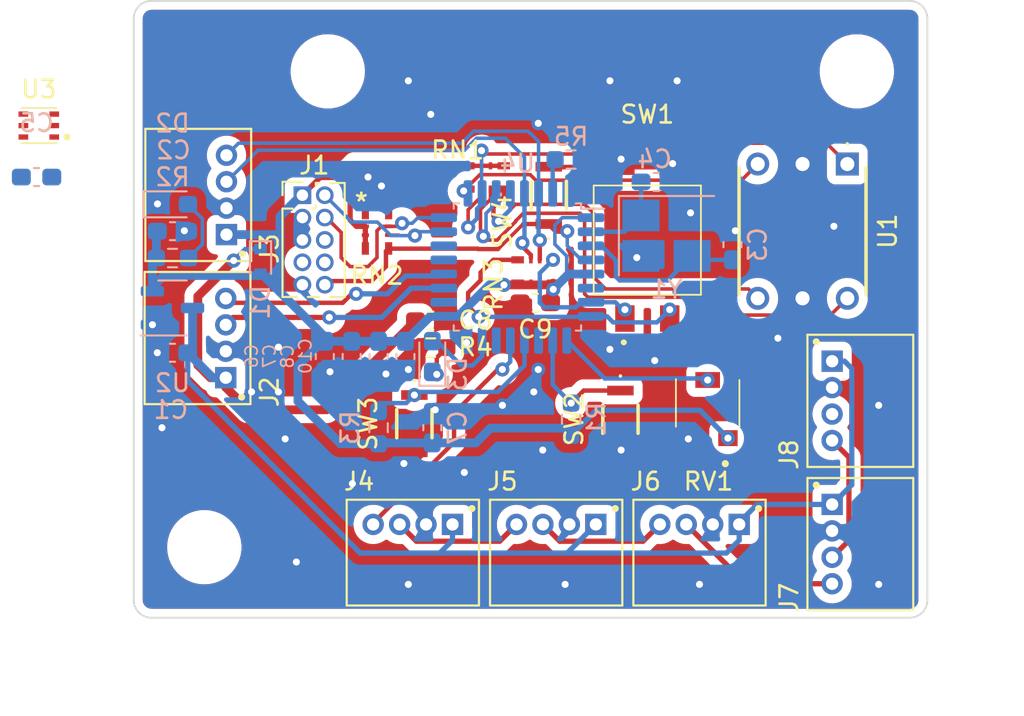
<source format=kicad_pcb>
(kicad_pcb (version 20211014) (generator pcbnew)
  (title_block (title "Active Marker for RoboCup SSL") (date "2024-05-15") (company "KIKS"))
  (layers (0 "F.Cu" signal) (31 "B.Cu" signal) (34 "B.Paste" user) (35 "F.Paste" user) (36 "B.SilkS" user "B.Silkscreen") (37 "F.SilkS" user "F.Silkscreen") (38 "B.Mask" user) (39 "F.Mask" user) (44 "Edge.Cuts" user))
  (net 0 "")
  (net 1 "+5V")
  (net 2 "GND")
  (net 3 "+3V3")
  (net 4 "/OSC_OUT")
  (net 5 "/OSC_IN")
  (net 6 "/SWDIO")
  (net 7 "/SWCLK")
  (net 8 "/SWO")
  (net 9 "/NC1")
  (net 10 "/NC2")
  (net 11 "/~{NRST}")
  (net 12 "/UART_RX")
  (net 13 "/UART_TX")
  (net 14 "/SPI_MOSI")
  (net 15 "Net-(D2-Pad2)")
  (net 16 "/D12")
  (net 17 "/D23")
  (net 18 "/D34")
  (net 19 "/D45")
  (net 20 "/USER_BUTTON2")
  (net 21 "/USER_LED")
  (net 22 "Net-(D3-Pad1)")
  (net 23 "/ID4")
  (net 24 "/ID1")
  (net 25 "/ID8")
  (net 26 "/ID2")
  (net 27 "/USER_BUTTON1")
  (net 28 "/USER_SELECT2")
  (net 29 "/USER_SELECT1")
  (net 30 "/I2C_SDA")
  (net 31 "/I2C_SCL")
  (net 32 "/USER_VR")
  (net 34 "/CAN_TX")
  (net 35 "/CAN_RX")
  (net 36 "/SPI_SCK")
  (net 37 "Net-(R5-Pad1)")
  (net 40 "/D56")
  (footprint "active-marker:EVP6AWD40" (layer "F.Cu") (at 127.596 108.736 -90)
    (fp_text reference "SW2")
    (fp_text value "SW_Push" hide)
  )
  (footprint "Capacitor_SMD:C_0603_1608Metric_Pad1.08x0.95mm_HandSolder" (layer "F.Cu") (at 116.84 103.148)
    (fp_text reference "C8")
    (fp_text value "0.1u")
  )
  (footprint "active-marker:BO_CAY10_PAN-L" (layer "F.Cu") (at 122.77 100.354 90)
    (fp_text reference "RN3")
    (fp_text value "10k")
  )
  (footprint "active-marker:JST_S4B-ZR_LF__SN_" (layer "F.Cu") (at 105.257 96.012 90)
    (fp_text reference "J3")
    (fp_text value "Conn_01x04")
  )
  (footprint "Connector_PinHeader_1.27mm:PinHeader_2x05_P1.27mm_Vertical" (layer "F.Cu") (at 109.562 96.026)
    (fp_text reference "J1")
    (fp_text value "Conn_01x10")
  )
  (footprint "active-marker:JST_S4B-ZR_LF__SN_" (layer "F.Cu") (at 105.217 104.132 90)
    (fp_text reference "J2")
    (fp_text value "Conn_01x04")
  )
  (footprint "active-marker:JST_S4B-ZR_LF__SN_" (layer "F.Cu") (at 139.599 107.696 -90)
    (fp_text reference "J8")
    (fp_text value "Conn_01x04")
  )
  (footprint "active-marker:VEML6030" (layer "F.Cu") (at 94.615 92.075 180)
    (fp_text reference "U3")
    (fp_text value "VEML6030" hide)
  )
  (footprint "active-marker:JST_S4B-ZR_LF__SN_" (layer "F.Cu") (at 132.08 114.707 180)
    (fp_text reference "J6")
    (fp_text value "Conn_01x04")
  )
  (footprint "active-marker:JST_S4B-ZR_LF__SN_" (layer "F.Cu") (at 139.599 115.824 -90)
    (fp_text reference "J7")
    (fp_text value "Conn_01x04")
  )
  (footprint "MountingHole:MountingHole_3.2mm_M3_ISO7380" (layer "F.Cu") (at 104 116)
    (fp_text reference "H1" hide)
    (fp_text value "MountingHole")
  )
  (footprint "MountingHole:MountingHole_3.2mm_M3_ISO7380" (layer "F.Cu") (at 111 89)
    (fp_text reference "H3" hide)
    (fp_text value "MountingHole")
  )
  (footprint "active-marker:BO_CAY10_PAN-L" (layer "F.Cu") (at 119.976 95.02 -90)
    (fp_text reference "RN1")
    (fp_text value "10k")
  )
  (footprint "active-marker:EVP6AWD40" (layer "F.Cu") (at 123.532 96.036 90)
    (fp_text reference "SW4")
    (fp_text value "SW_Push" hide)
  )
  (footprint "active-marker:EVP6AWD40" (layer "F.Cu") (at 115.912 108.99 -90)
    (fp_text reference "SW3")
    (fp_text value "SW_Push" hide)
  )
  (footprint "Capacitor_SMD:C_0603_1608Metric_Pad1.08x0.95mm_HandSolder" (layer "F.Cu") (at 122.77 102.132 180)
    (fp_text reference "C9")
    (fp_text value "100n")
  )
  (footprint "active-marker:BO_CAY10_PAN-L" (layer "F.Cu") (at 113.792 98.044)
    (fp_text reference "RN2")
    (fp_text value "10k")
  )
  (footprint "MountingHole:MountingHole_3.2mm_M3_ISO7380" (layer "F.Cu") (at 141 89)
    (fp_text reference "H2" hide)
    (fp_text value "MountingHole")
  )
  (footprint "active-marker:JST_S4B-ZR_LF__SN_" (layer "F.Cu") (at 115.824 114.707 180)
    (fp_text reference "J4")
    (fp_text value "Conn_01x04")
  )
  (footprint "active-marker:JST_S4B-ZR_LF__SN_" (layer "F.Cu") (at 123.952 114.707 180)
    (fp_text reference "J5")
    (fp_text value "Conn_01x04")
  )
  (footprint "active-marker:DS04254202BKSMT" (layer "F.Cu") (at 129.12 98.576)
    (fp_text reference "SW1")
    (fp_text value "SW_DIP_x02" hide)
  )
  (footprint "Resistor_SMD:R_0603_1608Metric_Pad0.98x0.95mm_HandSolder" (layer "F.Cu") (at 116.84 104.672 180)
    (fp_text reference "R4")
    (fp_text value "1k")
  )
  (footprint "active-marker:220ADA16" (layer "F.Cu") (at 140.462 94.258 -90)
    (fp_text reference "U1")
    (fp_text value "220ADA16" hide)
  )
  (footprint "active-marker:PVG3A202C01R00" (layer "F.Cu") (at 132.542 108.162)
    (fp_text reference "RV1")
    (fp_text value "10k" hide)
  )
  (footprint "Resistor_SMD:R_0603_1608Metric_Pad0.98x0.95mm_HandSolder" (layer "B.Cu") (at 124.802 94)
    (fp_text reference "R5")
    (fp_text value "10k")
  )
  (footprint "Package_QFP:LQFP-32_7x7mm_P0.8mm" (layer "B.Cu") (at 121.754 100.1 180)
    (fp_text reference "U4")
    (fp_text value "STM32F303K8Tx")
  )
  (footprint "Capacitor_SMD:C_0603_1608Metric_Pad1.08x0.95mm_HandSolder" (layer "B.Cu") (at 94.488 94.996 180)
    (fp_text reference "C5")
    (fp_text value "0.1u")
  )
  (footprint "LED_SMD:LED_0603_1608Metric_Pad1.05x0.95mm_HandSolder" (layer "B.Cu") (at 116.928 105.18 90)
    (fp_text reference "D3")
    (fp_text value "LED_Small")
  )
  (footprint "Capacitor_SMD:C_0603_1608Metric_Pad1.08x0.95mm_HandSolder" (layer "B.Cu") (at 116.928 109.22 90)
    (fp_text reference "C7")
    (fp_text value "0.1u")
  )
  (footprint "Package_TO_SOT_SMD:SOT-23-3" (layer "B.Cu") (at 102.196 102.426)
    (fp_text reference "U2")
    (fp_text value "XC6206PxxxMR")
  )
  (footprint "Resistor_SMD:R_0603_1608Metric_Pad0.98x0.95mm_HandSolder" (layer "B.Cu") (at 124.802 108.736 90)
    (fp_text reference "R1")
    (fp_text value "10k")
  )
  (footprint "Capacitor_SMD:C_0603_1608Metric_Pad1.08x0.95mm_HandSolder" (layer "B.Cu") (at 102.196 98.068)
    (fp_text reference "C2")
    (fp_text value "10u")
  )
  (footprint "Capacitor_SMD:C_0603_1608Metric_Pad1.08x0.95mm_HandSolder" (layer "B.Cu") (at 112.356 105.18 -90)
    (fp_text reference "C7")
    (fp_text value "1u")
  )
  (footprint "Capacitor_SMD:C_0603_1608Metric_Pad1.08x0.95mm_HandSolder" (layer "B.Cu") (at 115.404 105.18 -90)
    (fp_text reference "C10")
    (fp_text value "10n")
  )
  (footprint "Capacitor_SMD:C_0603_1608Metric_Pad1.08x0.95mm_HandSolder" (layer "B.Cu") (at 129.628 95.274)
    (fp_text reference "C4")
    (fp_text value "15p")
  )
  (footprint "Diode_SMD:D_SOD-523" (layer "B.Cu") (at 107.188 99.786 -90)
    (fp_text reference "D1")
    (fp_text value "D_Schottky")
  )
  (footprint "Resistor_SMD:R_0603_1608Metric_Pad0.98x0.95mm_HandSolder" (layer "B.Cu") (at 113.88 109.22 90)
    (fp_text reference "R3")
    (fp_text value "10k")
  )
  (footprint "Capacitor_SMD:C_0603_1608Metric_Pad1.08x0.95mm_HandSolder" (layer "B.Cu") (at 110.832 105.18 -90)
    (fp_text reference "C6")
    (fp_text value "4.7u")
  )
  (footprint "Capacitor_SMD:C_0603_1608Metric_Pad1.08x0.95mm_HandSolder" (layer "B.Cu") (at 102.196 104.966 180)
    (fp_text reference "C1")
    (fp_text value "1u")
  )
  (footprint "Capacitor_SMD:C_0603_1608Metric_Pad1.08x0.95mm_HandSolder" (layer "B.Cu") (at 113.88 105.18 -90)
    (fp_text reference "C8")
    (fp_text value "100n")
  )
  (footprint "Resistor_SMD:R_0603_1608Metric_Pad0.98x0.95mm_HandSolder" (layer "B.Cu") (at 102.196 99.592)
    (fp_text reference "R2")
    (fp_text value "1k")
  )
  (footprint "Capacitor_SMD:C_0603_1608Metric_Pad1.08x0.95mm_HandSolder" (layer "B.Cu") (at 133.946 98.83 90)
    (fp_text reference "C3")
    (fp_text value "15p")
  )
  (footprint "Crystal:Crystal_SMD_3225-4Pin_3.2x2.5mm_HandSoldering" (layer "B.Cu") (at 130.21 98.322)
    (fp_text reference "Y1")
    (fp_text value "NX3225GA-32M")
  )
  (footprint "LED_SMD:LED_0603_1608Metric_Pad1.05x0.95mm_HandSolder" (layer "B.Cu") (at 102.196 96.544)
    (fp_text reference "D2")
    (fp_text value "Power")
  )
  (gr_line (start 144 85) (end 101 85) (layer "Edge.Cuts") (width 0.1))
  (gr_arc (start 145 119) (mid 144.707107 119.707107) (end 144 120) (layer "Edge.Cuts") (width 0.1))
  (gr_arc (start 101 120) (mid 100.292893 119.707107) (end 100 119) (layer "Edge.Cuts") (width 0.1))
  (gr_line (start 145 119) (end 145 86) (layer "Edge.Cuts") (width 0.1))
  (gr_line (start 101 120) (end 144 120) (layer "Edge.Cuts") (width 0.1))
  (gr_arc (start 144 85) (mid 144.707107 85.292893) (end 145 86) (layer "Edge.Cuts") (width 0.1))
  (gr_line (start 100 86) (end 100 119) (layer "Edge.Cuts") (width 0.1))
  (gr_arc (start 100 86) (mid 100.292893 85.292893) (end 101 85) (layer "Edge.Cuts") (width 0.1))
  (segment (start 105.217 106.927082) (end 105.217 106.382) (width 0.5) (layer "F.Cu") (net 1))
  (segment (start 103.632 101.7665) (end 103.632 105.664) (width 0.5) (layer "F.Cu") (net 1))
  (segment (start 106.493918 108.204) (end 105.217 106.927082) (width 0.5) (layer "F.Cu") (net 1))
  (segment (start 115.9775 103.148) (end 110.9215 108.204) (width 0.5) (layer "F.Cu") (net 1))
  (segment (start 103.632 105.664) (end 104.35 106.382) (width 0.5) (layer "F.Cu") (net 1))
  (segment (start 104.35 106.382) (end 105.217 106.382) (width 0.5) (layer "F.Cu") (net 1))
  (segment (start 110.9215 108.204) (end 106.493918 108.204) (width 0.5) (layer "F.Cu") (net 1))
  (segment (start 105.664 99.7345) (end 103.632 101.7665) (width 0.5) (layer "F.Cu") (net 1))
  (via (at 105.664 99.7345) (size 0.8) (drill 0.4) (layers "F.Cu" "B.Cu") (net 1))
  (segment (start 140.3025 105.446) (end 139.599 105.446) (width 0.3) (layer "B.Cu") (net 1))
  (segment (start 140.716 105.8595) (end 140.3025 105.446) (width 0.3) (layer "B.Cu") (net 1))
  (segment (start 134.33 115.606) (end 134.33 114.707) (width 0.3) (layer "B.Cu") (net 1))
  (segment (start 124.577 116.332) (end 126.202 114.707) (width 0.3) (layer "B.Cu") (net 1))
  (segment (start 117.348 116.332) (end 118.074 115.606) (width 0.3) (layer "B.Cu") (net 1))
  (segment (start 133.604 116.332) (end 134.33 115.606) (width 0.3) (layer "B.Cu") (net 1))
  (segment (start 134.33 114.59) (end 135.346 113.574) (width 0.3) (layer "B.Cu") (net 1))
  (segment (start 118.074 115.606) (end 118.074 114.707) (width 0.3) (layer "B.Cu") (net 1))
  (segment (start 106.3125 99.086) (end 107.188 99.086) (width 0.25) (layer "B.Cu") (net 1))
  (segment (start 105.664 99.7345) (end 106.3125 99.086) (width 0.25) (layer "B.Cu") (net 1))
  (segment (start 104.4745 106.382) (end 103.0585 104.966) (width 0.5) (layer "B.Cu") (net 1))
  (segment (start 135.346 113.574) (end 139.599 113.574) (width 0.3) (layer "B.Cu") (net 1))
  (segment (start 103.3335 102.426) (end 103.3335 104.691) (width 0.5) (layer "B.Cu") (net 1))
  (segment (start 112.84 116.332) (end 117.348 116.332) (width 0.3) (layer "B.Cu") (net 1))
  (segment (start 103.0585 106.5505) (end 112.84 116.332) (width 0.3) (layer "B.Cu") (net 1))
  (segment (start 103.0585 104.966) (end 103.0585 106.5505) (width 0.3) (layer "B.Cu") (net 1))
  (segment (start 134.33 114.707) (end 134.33 114.59) (width 0.3) (layer "B.Cu") (net 1))
  (segment (start 139.599 113.574) (end 140.716 112.457) (width 0.3) (layer "B.Cu") (net 1))
  (segment (start 140.716 112.457) (end 140.716 105.8595) (width 0.3) (layer "B.Cu") (net 1))
  (segment (start 124.577 116.332) (end 133.604 116.332) (width 0.3) (layer "B.Cu") (net 1))
  (segment (start 117.348 116.332) (end 124.577 116.332) (width 0.3) (layer "B.Cu") (net 1))
  (segment (start 103.3335 104.691) (end 103.0585 104.966) (width 0.5) (layer "B.Cu") (net 1))
  (segment (start 105.217 106.382) (end 104.4745 106.382) (width 0.5) (layer "B.Cu") (net 1))
  (segment (start 115.8085 104.672) (end 115.8085 104.8225) (width 0.25) (layer "F.Cu") (net 2))
  (via (at 123.19 110.49) (size 0.8) (drill 0.4) (layers "F.Cu" "B.Cu") (net 2))
  (via (at 116.84 91.44) (size 0.8) (drill 0.4) (layers "F.Cu" "B.Cu") (net 2))
  (via (at 131.572 97.028) (size 0.8) (drill 0.4) (layers "F.Cu" "B.Cu") (net 2))
  (via (at 131.445 109.855) (size 0.8) (drill 0.4) (layers "F.Cu" "B.Cu") (net 2))
  (via (at 117.094 108.204) (size 0.8) (drill 0.4) (layers "F.Cu" "B.Cu") (net 2))
  (via (at 122.936 105.918) (size 0.8) (drill 0.4) (layers "F.Cu" "B.Cu") (net 2))
  (via (at 114.3 106.172) (size 0.8) (drill 0.4) (layers "F.Cu" "B.Cu") (net 2))
  (via (at 101.6 109.22) (size 0.8) (drill 0.4) (layers "F.Cu" "B.Cu") (net 2))
  (via (at 130.81 89.535) (size 0.8) (drill 0.4) (layers "F.Cu" "B.Cu") (net 2))
  (via (at 142.24 118.11) (size 0.8) (drill 0.4) (layers "F.Cu" "B.Cu") (net 2))
  (via (at 101.3335 104.966) (size 0.8) (drill 0.4) (layers "F.Cu" "B.Cu") (net 2))
  (via (at 142.24 107.95) (size 0.8) (drill 0.4) (layers "F.Cu" "B.Cu") (net 2))
  (via (at 101.346 96.52) (size 0.8) (drill 0.4) (layers "F.Cu" "B.Cu") (net 2))
  (via (at 136.525 104.14) (size 0.8) (drill 0.4) (layers "F.Cu" "B.Cu") (net 2))
  (via (at 115.57 89.535) (size 0.8) (drill 0.4) (layers "F.Cu" "B.Cu") (net 2))
  (via (at 120.904 107.95) (size 0.8) (drill 0.4) (layers "F.Cu" "B.Cu") (net 2))
  (via (at 108.204 104.648) (size 0.8) (drill 0.4) (layers "F.Cu" "B.Cu") (net 2))
  (via (at 118.872 104.394) (size 0.8) (drill 0.4) (layers "F.Cu" "B.Cu") (net 2))
  (via (at 115.57 118.11) (size 0.8) (drill 0.4) (layers "F.Cu" "B.Cu") (net 2))
  (via (at 111.125 106.045) (size 0.8) (drill 0.4) (layers "F.Cu" "B.Cu") (net 2))
  (via (at 113.284 94.996) (size 0.8) (drill 0.4) (layers "F.Cu" "B.Cu") (net 2))
  (via (at 134.112 98.044) (size 0.8) (drill 0.4) (layers "F.Cu" "B.Cu") (net 2))
  (via (at 115.57 105.918) (size 0.8) (drill 0.4) (layers "F.Cu" "B.Cu") (net 2))
  (via (at 127 104.775) (size 0.8) (drill 0.4) (layers "F.Cu" "B.Cu") (net 2))
  (via (at 127.635 93.98) (size 0.8) (drill 0.4) (layers "F.Cu" "B.Cu") (net 2))
  (via (at 109.22 116.84) (size 0.8) (drill 0.4) (layers "F.Cu" "B.Cu") (net 2))
  (via (at 129.54 105.41) (size 0.8) (drill 0.4) (layers "F.Cu" "B.Cu") (net 2))
  (via (at 115.316 111.252) (size 0.8) (drill 0.4) (layers "F.Cu" "B.Cu") (net 2))
  (via (at 122.682 107.188) (size 0.8) (drill 0.4) (layers "F.Cu" "B.Cu") (net 2))
  (via (at 101.0585 103.376) (size 0.8) (drill 0.4) (layers "F.Cu" "B.Cu") (net 2))
  (via (at 106.68 107.188) (size 0.8) (drill 0.4) (layers "F.Cu" "B.Cu") (net 2))
  (via (at 127 89.535) (size 0.8) (drill 0.4) (layers "F.Cu" "B.Cu") (net 2))
  (via (at 114.046 95.504) (size 0.8) (drill 0.4) (layers "F.Cu" "B.Cu") (net 2))
  (via (at 132.08 118.11) (size 0.8) (drill 0.4) (layers "F.Cu" "B.Cu") (net 2))
  (via (at 122.936 91.948) (size 0.8) (drill 0.4) (layers "F.Cu" "B.Cu") (net 2))
  (via (at 118.745 111.76) (size 0.8) (drill 0.4) (layers "F.Cu" "B.Cu") (net 2))
  (via (at 102.87 98.044) (size 0.8) (drill 0.4) (layers "F.Cu" "B.Cu") (net 2))
  (via (at 108.585 109.855) (size 0.8) (drill 0.4) (layers "F.Cu" "B.Cu") (net 2))
  (via (at 127.635 110.49) (size 0.8) (drill 0.4) (layers "F.Cu" "B.Cu") (net 2))
  (via (at 124.46 118.11) (size 0.8) (drill 0.4) (layers "F.Cu" "B.Cu") (net 2))
  (via (at 112.395 112.395) (size 0.8) (drill 0.4) (layers "F.Cu" "B.Cu") (net 2))
  (via (at 108.204 107.188) (size 0.8) (drill 0.4) (layers "F.Cu" "B.Cu") (net 2))
  (via (at 130.556 94.234) (size 0.8) (drill 0.4) (layers "F.Cu" "B.Cu") (net 2))
  (via (at 128.524 99.568) (size 0.8) (drill 0.4) (layers "F.Cu" "B.Cu") (net 2))
  (via (at 139.7 97.79) (size 0.8) (drill 0.4) (layers "F.Cu" "B.Cu") (net 2))
  (segment (start 101.0585 103.376) (end 101.0585 104.691) (width 1) (layer "B.Cu") (net 2))
  (segment (start 101.0585 104.691) (end 101.3335 104.966) (width 1) (layer "B.Cu") (net 2))
  (segment (start 109.562 96.026) (end 110.568 95.02) (width 0.3) (layer "F.Cu") (net 3))
  (segment (start 112.268 97.4359) (end 112.626037 97.793937) (width 0.3) (layer "F.Cu") (net 3))
  (segment (start 123.786 101.37) (end 123.786 101.0271) (width 0.5) (layer "F.Cu") (net 3))
  (segment (start 123.6325 101.5235) (end 123.786 101.37) (width 0.5) (layer "F.Cu") (net 3))
  (segment (start 112.51 94.246) (end 118.8591 94.246) (width 0.3) (layer "F.Cu") (net 3))
  (segment (start 113.026063 97.793937) (end 113.1316 97.793937) (width 0.3) (layer "F.Cu") (net 3))
  (segment (start 110.568 95.02) (end 111.892661 95.02) (width 0.3) (layer "F.Cu") (net 3))
  (segment (start 111.76 94.996) (end 112.51 94.246) (width 0.3) (layer "F.Cu") (net 3))
  (segment (start 123.6325 102.132) (end 123.6325 101.5235) (width 0.5) (layer "F.Cu") (net 3))
  (segment (start 113.1316 97.899474) (end 113.026063 97.793937) (width 0.3) (layer "F.Cu") (net 3))
  (segment (start 112.626037 97.793937) (end 113.026063 97.793937) (width 0.3) (layer "F.Cu") (net 3))
  (segment (start 123.786 101.0271) (end 123.7733 101.0144) (width 0.5) (layer "F.Cu") (net 3))
  (segment (start 118.8591 94.246) (end 118.9727 94.3596) (width 0.3) (layer "F.Cu") (net 3))
  (segment (start 112.268 95.395339) (end 112.268 97.4359) (width 0.3) (layer "F.Cu") (net 3))
  (segment (start 120.992 101.116) (end 121.6651 101.116) (width 0.3) (layer "F.Cu") (net 3))
  (segment (start 120.992 101.116) (end 123.532 101.116) (width 0.5) (layer "F.Cu") (net 3))
  (segment (start 118.9727 94.3596) (end 120.6364 94.3596) (width 0.25) (layer "F.Cu") (net 3))
  (segment (start 121.6651 101.116) (end 121.7667 101.0144) (width 0.3) (layer "F.Cu") (net 3))
  (segment (start 113.1316 99.0473) (end 113.1316 97.899474) (width 0.3) (layer "F.Cu") (net 3))
  (segment (start 123.532 101.116) (end 123.786 101.37) (width 0.5) (layer "F.Cu") (net 3))
  (segment (start 111.892661 95.02) (end 112.268 95.395339) (width 0.3) (layer "F.Cu") (net 3))
  (via (at 123.786 101.37) (size 0.8) (drill 0.4) (layers "F.Cu" "B.Cu") (net 3))
  (via (at 120.992 101.116) (size 0.8) (drill 0.4) (layers "F.Cu" "B.Cu") (net 3))
  (via (at 133.692 109.812) (size 0.8) (drill 0.4) (layers "F.Cu" "B.Cu") (net 3))
  (segment (start 116.81 102.9) (end 115.3925 104.3175) (width 0.5) (layer "B.Cu") (net 3))
  (segment (start 110.302375 104.714375) (end 110.69925 104.3175) (width 0.5) (layer "B.Cu") (net 3))
  (segment (start 110.302375 104.714375) (end 110.302375 103.565625) (width 0.5) (layer "B.Cu") (net 3))
  (segment (start 107.784 100.608) (end 108.292 100.608) (width 0.5) (layer "B.Cu") (net 3))
  (segment (start 123.8795 97.7205) (end 123.8795 98.80985) (width 0.2) (layer "B.Cu") (net 3))
  (segment (start 124.548 99.47835) (end 124.548 100.392) (width 0.2) (layer "B.Cu") (net 3))
  (segment (start 120.227473 109.244) (end 124.3975 109.244) (width 0.5) (layer "B.Cu") (net 3))
  (segment (start 109.308 107.72) (end 109.308 105.70875) (width 0.5) (layer "B.Cu") (net 3))
  (segment (start 108.292 97.222497) (end 108.292 100.1) (width 0.5) (layer "B.Cu") (net 3))
  (segment (start 113.88 110.1325) (end 111.7205 110.1325) (width 0.5) (layer "B.Cu") (net 3))
  (segment (start 126.2225 108.228) (end 124.802 109.6485) (width 0.3) (layer "B.Cu") (net 3))
  (segment (start 132.108 108.228) (end 126.2225 108.228) (width 0.3) (layer "B.Cu") (net 3))
  (segment (start 123.8795 98.80985) (end 124.548 99.47835) (width 0.2) (layer "B.Cu") (net 3))
  (segment (start 109.562 96.026) (end 109.488497 96.026) (width 0.5) (layer "B.Cu") (net 3))
  (segment (start 101.0585 101.476) (end 101.0585 101.2375) (width 0.5) (layer "B.Cu") (net 3))
  (segment (start 124.3975 109.244) (end 124.802 109.6485) (width 0.5) (layer "B.Cu") (net 3))
  (segment (start 110.9325 104.164) (end 111.086 104.3175) (width 0.5) (layer "B.Cu") (net 3))
  (segment (start 101.712 100.584) (end 107.3525 100.584) (width 0.5) (layer "B.Cu") (net 3))
  (segment (start 120.168934 101.116) (end 120.992 101.116) (width 0.5) (layer "B.Cu") (net 3))
  (segment (start 107.5965 100.828) (end 108.292 101.5235) (width 0.5) (layer "B.Cu") (net 3))
  (segment (start 120.170926 109.300547) (end 120.227473 109.244) (width 0.5) (layer "B.Cu") (net 3))
  (segment (start 101.0585 99.817) (end 101.2835 99.592) (width 0.5) (layer "B.Cu") (net 3))
  (segment (start 113.93 110.0825) (end 113.88 110.1325) (width 0.5) (layer "B.Cu") (net 3))
  (segment (start 110.12025 103.35175) (end 110.31825 103.54975) (width 0.5) (layer "B.Cu") (net 3))
  (segment (start 118.233839 102.9) (end 118.384934 102.9) (width 0.5) (layer "B.Cu") (net 3))
  (segment (start 117.579 102.9) (end 116.81 102.9) (width 0.5) (layer "B.Cu") (net 3))
  (segment (start 108.204 98.552) (end 108.204 99.06) (width 0.5) (layer "B.Cu") (net 3))
  (segment (start 101.0585 101.2375) (end 101.712 100.584) (width 0.5) (layer "B.Cu") (net 3))
  (segment (start 124.656 100.5) (end 123.786 101.37) (width 0.5) (layer "B.Cu") (net 3))
  (segment (start 107.914 98.262) (end 108.204 98.552) (width 0.5) (layer "B.Cu") (net 3))
  (segment (start 101.2835 99.592) (end 101.2835 98.118) (width 0.5) (layer "B.Cu") (net 3))
  (segment (start 110.37425 103.60575) (end 111.086 104.3175) (width 0.5) (layer "B.Cu") (net 3))
  (segment (start 125.929 100.5) (end 124.656 100.5) (width 0.5) (layer "B.Cu") (net 3))
  (segment (start 101.0585 101.476) (end 101.0585 99.817) (width 0.5) (layer "B.Cu") (net 3))
  (segment (start 105.257 98.262) (end 107.914 98.262) (width 0.5) (layer "B.Cu") (net 3))
  (segment (start 110.302375 103.565625) (end 110.31825 103.54975) (width 0.5) (layer "B.Cu") (net 3))
  (segment (start 118.384934 102.9) (end 120.168934 101.116) (width 0.5) (layer "B.Cu") (net 3))
  (segment (start 111.7205 110.1325) (end 109.308 107.72) (width 0.5) (layer "B.Cu") (net 3))
  (segment (start 125.929 97.3) (end 124.3 97.3) (width 0.2) (layer "B.Cu") (net 3))
  (segment (start 133.692 109.812) (end 132.108 108.228) (width 0.3) (layer "B.Cu") (net 3))
  (segment (start 110.31825 103.54975) (end 110.37425 103.60575) (width 0.5) (layer "B.Cu") (net 3))
  (segment (start 117.579 102.9) (end 118.233839 102.9) (width 0.3) (layer "B.Cu") (net 3))
  (segment (start 101.2835 98.118) (end 101.3335 98.068) (width 0.5) (layer "B.Cu") (net 3))
  (segment (start 108.292 101.5235) (end 110.12025 103.35175) (width 0.5) (layer "B.Cu") (net 3))
  (segment (start 107.784 100.608) (end 108.292 101.116) (width 0.5) (layer "B.Cu") (net 3))
  (segment (start 107.5965 100.7955) (end 108.292 100.1) (width 0.5) (layer "B.Cu") (net 3))
  (segment (start 109.488497 96.026) (end 108.292 97.222497) (width 0.5) (layer "B.Cu") (net 3))
  (segment (start 124.3 97.3) (end 123.8795 97.7205) (width 0.2) (layer "B.Cu") (net 3))
  (segment (start 108.292 101.116) (end 108.292 101.5235) (width 0.5) (layer "B.Cu") (net 3))
  (segment (start 107.5965 100.7955) (end 107.784 100.608) (width 0.5) (layer "B.Cu") (net 3))
  (segment (start 119.388973 110.0825) (end 120.170926 109.300547) (width 0.5) (layer "B.Cu") (net 3))
  (segment (start 110.69925 104.3175) (end 110.832 104.3175) (width 0.5) (layer "B.Cu") (net 3))
  (segment (start 124.548 100.392) (end 124.656 100.5) (width 0.2) (layer "B.Cu") (net 3))
  (segment (start 116.928 110.0825) (end 119.388973 110.0825) (width 0.5) (layer "B.Cu") (net 3))
  (segment (start 108.292 100.608) (end 108.292 101.116) (width 0.5) (layer "B.Cu") (net 3))
  (segment (start 107.3525 100.584) (end 107.5965 100.828) (width 0.5) (layer "B.Cu") (net 3))
  (segment (start 109.308 105.70875) (end 110.302375 104.714375) (width 0.5) (layer "B.Cu") (net 3))
  (segment (start 115.3925 104.3175) (end 111.086 104.3175) (width 0.5) (layer "B.Cu") (net 3))
  (segment (start 116.928 110.0825) (end 113.93 110.0825) (width 0.5) (layer "B.Cu") (net 3))
  (segment (start 108.292 100.1) (end 108.292 100.608) (width 0.5) (layer "B.Cu") (net 3))
  (segment (start 127.55 100.862) (end 130.27 100.862) (width 0.25) (layer "B.Cu") (net 4))
  (segment (start 126.515396 98.9) (end 127.342 99.726604) (width 0.25) (layer "B.Cu") (net 4))
  (segment (start 127.342 99.726604) (end 127.342 100.654) (width 0.25) (layer "B.Cu") (net 4))
  (segment (start 127.342 100.654) (end 127.55 100.862) (width 0.25) (layer "B.Cu") (net 4))
  (segment (start 130.27 100.862) (end 131.66 99.472) (width 0.25) (layer "B.Cu") (net 4))
  (segment (start 125.929 98.9) (end 126.515396 98.9) (width 0.25) (layer "B.Cu") (net 4))
  (segment (start 133.946 99.6925) (end 131.8805 99.6925) (width 0.25) (layer "B.Cu") (net 4))
  (segment (start 131.8805 99.6925) (end 131.66 99.472) (width 0.25) (layer "B.Cu") (net 4))
  (segment (start 127.832 98.1) (end 125.929 98.1) (width 0.25) (layer "B.Cu") (net 5))
  (segment (start 128.7655 97.1665) (end 128.76 97.172) (width 0.25) (layer "B.Cu") (net 5))
  (segment (start 128.76 97.172) (end 127.832 98.1) (width 0.25) (layer "B.Cu") (net 5))
  (segment (start 128.7655 95.274) (end 128.7655 97.1665) (width 0.25) (layer "B.Cu") (net 5))
  (segment (start 114.4524 98.294063) (end 115.016937 98.294063) (width 0.2) (layer "F.Cu") (net 6))
  (segment (start 115.040937 98.318063) (end 115.941987 98.318063) (width 0.2) (layer "F.Cu") (net 6))
  (segment (start 115.016937 98.294063) (end 115.040937 98.318063) (width 0.2) (layer "F.Cu") (net 6))
  (via (at 115.941987 98.318063) (size 0.8) (drill 0.4) (layers "F.Cu" "B.Cu") (net 6))
  (segment (start 112.356 97.55) (end 110.832 96.026) (width 0.2) (layer "B.Cu") (net 6))
  (segment (start 115.941987 98.318063) (end 114.577278 98.318063) (width 0.2) (layer "B.Cu") (net 6))
  (segment (start 113.809215 97.55) (end 112.356 97.55) (width 0.2) (layer "B.Cu") (net 6))
  (segment (start 116.16005 98.1) (end 115.941987 98.318063) (width 0.2) (layer "B.Cu") (net 6))
  (segment (start 114.577278 98.318063) (end 113.809215 97.55) (width 0.2) (layer "B.Cu") (net 6))
  (segment (start 117.579 98.1) (end 116.16005 98.1) (width 0.2) (layer "B.Cu") (net 6))
  (segment (start 113.792 98.044) (end 113.792 99.568) (width 0.2) (layer "F.Cu") (net 7))
  (segment (start 114.042063 97.793937) (end 113.792 98.044) (width 0.2) (layer "F.Cu") (net 7))
  (segment (start 115.212377 97.618563) (end 115.037003 97.793937) (width 0.2) (layer "F.Cu") (net 7))
  (segment (start 113.792 99.568) (end 113.284 100.076) (width 0.2) (layer "F.Cu") (net 7))
  (segment (start 112.268 100.076) (end 111.76 99.568) (width 0.2) (layer "F.Cu") (net 7))
  (segment (start 111.76 99.568) (end 111.76 98.134) (width 0.2) (layer "F.Cu") (net 7))
  (segment (start 113.284 100.076) (end 112.268 100.076) (width 0.2) (layer "F.Cu") (net 7))
  (segment (start 114.4524 97.793937) (end 114.042063 97.793937) (width 0.2) (layer "F.Cu") (net 7))
  (segment (start 111.76 98.134) (end 110.922 97.296) (width 0.2) (layer "F.Cu") (net 7))
  (segment (start 115.037003 97.793937) (end 114.4524 97.793937) (width 0.2) (layer "F.Cu") (net 7))
  (segment (start 110.922 97.296) (end 110.832 97.296) (width 0.2) (layer "F.Cu") (net 7))
  (via (at 115.212377 97.618563) (size 0.8) (drill 0.4) (layers "F.Cu" "B.Cu") (net 7))
  (segment (start 115.793864 97.618563) (end 116.112427 97.3) (width 0.2) (layer "B.Cu") (net 7))
  (segment (start 115.212377 97.618563) (end 115.793864 97.618563) (width 0.2) (layer "B.Cu") (net 7))
  (segment (start 116.112427 97.3) (end 117.579 97.3) (width 0.2) (layer "B.Cu") (net 7))
  (segment (start 114.4524 99.0473) (end 114.4651 99.06) (width 0.25) (layer "F.Cu") (net 11))
  (segment (start 119.519973 99.084) (end 120.65856 99.084) (width 0.25) (layer "F.Cu") (net 11))
  (segment (start 122.08156 97.661) (end 120.65856 99.084) (width 0.2) (layer "F.Cu") (net 11))
  (segment (start 119.495973 99.06) (end 119.519973 99.084) (width 0.25) (layer "F.Cu") (net 11))
  (segment (start 114.3 100.076) (end 114.3 99.1997) (width 0.25) (layer "F.Cu") (net 11))
  (segment (start 122.08156 97.661) (end 123.532 97.661) (width 0.25) (layer "F.Cu") (net 11))
  (segment (start 114.3 99.1997) (end 114.4524 99.0473) (width 0.25) (layer "F.Cu") (net 11))
  (segment (start 113.477 100.899) (end 114.3 100.076) (width 0.25) (layer "F.Cu") (net 11))
  (segment (start 123.939 98.068) (end 123.532 97.661) (width 0.3) (layer "F.Cu") (net 11))
  (segment (start 114.4651 99.06) (end 119.495973 99.06) (width 0.25) (layer "F.Cu") (net 11))
  (segment (start 111.039 100.899) (end 113.477 100.899) (width 0.25) (layer "F.Cu") (net 11))
  (segment (start 110.832 101.106) (end 111.039 100.899) (width 0.25) (layer "F.Cu") (net 11))
  (segment (start 124.5795 98.068) (end 123.939 98.068) (width 0.3) (layer "F.Cu") (net 11))
  (via (at 124.5795 98.068) (size 0.8) (drill 0.4) (layers "F.Cu" "B.Cu") (net 11))
  (segment (start 124.5795 98.068) (end 124.5795 98.901541) (width 0.2) (layer "B.Cu") (net 11))
  (segment (start 125.377959 99.7) (end 125.929 99.7) (width 0.2) (layer "B.Cu") (net 11))
  (segment (start 124.5795 98.901541) (end 125.377959 99.7) (width 0.2) (layer "B.Cu") (net 11))
  (segment (start 111.848 102.132) (end 112.356 101.624) (width 0.25) (layer "F.Cu") (net 12))
  (segment (start 105.217 101.882) (end 105.467 102.132) (width 0.25) (layer "F.Cu") (net 12))
  (segment (start 105.467 102.132) (end 111.848 102.132) (width 0.25) (layer "F.Cu") (net 12))
  (segment (start 112.356 101.624) (end 112.61 101.624) (width 0.25) (layer "F.Cu") (net 12))
  (via (at 112.61 101.624) (size 0.8) (drill 0.4) (layers "F.Cu" "B.Cu") (net 12))
  (segment (start 114.388 101.624) (end 115.404 100.608) (width 0.3) (layer "B.Cu") (net 12))
  (segment (start 117.471 100.608) (end 117.579 100.5) (width 0.3) (layer "B.Cu") (net 12))
  (segment (start 112.61 101.624) (end 114.388 101.624) (width 0.3) (layer "B.Cu") (net 12))
  (segment (start 115.404 100.608) (end 117.471 100.608) (width 0.3) (layer "B.Cu") (net 12))
  (segment (start 105.638028 102.960972) (end 111.086 102.960972) (width 0.3) (layer "F.Cu") (net 13))
  (segment (start 105.217 103.382) (end 105.638028 102.960972) (width 0.3) (layer "F.Cu") (net 13))
  (via (at 111.086 102.960972) (size 0.8) (drill 0.4) (layers "F.Cu" "B.Cu") (net 13))
  (segment (start 114.067028 102.960972) (end 111.086 102.960972) (width 0.3) (layer "B.Cu") (net 13))
  (segment (start 117.579 101.3) (end 115.728 101.3) (width 0.3) (layer "B.Cu") (net 13))
  (segment (start 115.728 101.3) (end 114.067028 102.960972) (width 0.3) (layer "B.Cu") (net 13))
  (segment (start 118.162 108.396695) (end 118.162 110.04) (width 0.25) (layer "F.Cu") (net 14))
  (segment (start 120.899701 105.913701) (end 120.644994 105.913701) (width 0.25) (layer "F.Cu") (net 14))
  (segment (start 113.574 114.628) (end 113.574 114.707) (width 0.25) (layer "F.Cu") (net 14))
  (segment (start 118.162 110.04) (end 113.574 114.628) (width 0.25) (layer "F.Cu") (net 14))
  (segment (start 120.644994 105.913701) (end 118.162 108.396695) (width 0.25) (layer "F.Cu") (net 14))
  (via (at 120.899701 105.913701) (size 0.8) (drill 0.4) (layers "F.Cu" "B.Cu") (net 14))
  (segment (start 121.3465 105.4755) (end 121.3465 104.2825) (width 0.25) (layer "B.Cu") (net 14))
  (segment (start 120.908299 105.913701) (end 121.3465 105.4755) (width 0.25) (layer "B.Cu") (net 14))
  (segment (start 120.899701 105.913701) (end 120.908299 105.913701) (width 0.25) (layer "B.Cu") (net 14))
  (segment (start 121.3465 104.2825) (end 121.354 104.275) (width 0.25) (layer "B.Cu") (net 14))
  (segment (start 103.896 97.369) (end 103.896 98.8045) (width 0.2) (layer "B.Cu") (net 15))
  (segment (start 103.071 96.544) (end 103.896 97.369) (width 0.2) (layer "B.Cu") (net 15))
  (segment (start 103.896 98.8045) (end 103.1085 99.592) (width 0.2) (layer "B.Cu") (net 15))
  (segment (start 120.748 115.661) (end 121.702 114.707) (width 0.3) (layer "F.Cu") (net 16))
  (segment (start 116.028 115.661) (end 120.748 115.661) (width 0.3) (layer "F.Cu") (net 16))
  (segment (start 115.074 114.707) (end 116.028 115.661) (width 0.3) (layer "F.Cu") (net 16))
  (segment (start 123.202 114.707) (end 124.156 115.661) (width 0.3) (layer "F.Cu") (net 17))
  (segment (start 128.876 115.661) (end 129.83 114.707) (width 0.3) (layer "F.Cu") (net 17))
  (segment (start 124.156 115.661) (end 128.876 115.661) (width 0.3) (layer "F.Cu") (net 17))
  (segment (start 134.697 118.074) (end 139.599 118.074) (width 0.3) (layer "F.Cu") (net 18))
  (segment (start 131.33 114.707) (end 134.697 118.074) (width 0.3) (layer "F.Cu") (net 18))
  (segment (start 140.553 115.62) (end 140.553 110.9) (width 0.3) (layer "F.Cu") (net 19))
  (segment (start 139.599 116.574) (end 140.553 115.62) (width 0.3) (layer "F.Cu") (net 19))
  (segment (start 140.553 110.9) (end 139.599 109.946) (width 0.3) (layer "F.Cu") (net 19))
  (via (at 115.912 107.365) (size 0.8) (drill 0.4) (layers "F.Cu" "B.Cu") (net 20))
  (segment (start 120.650707 107.188) (end 116.089 107.188) (width 0.25) (layer "B.Cu") (net 20))
  (segment (start 122.154 104.275) (end 122.154 105.684707) (width 0.25) (layer "B.Cu") (net 20))
  (segment (start 115.4535 107.8235) (end 115.912 107.365) (width 0.25) (layer "B.Cu") (net 20))
  (segment (start 116.089 107.188) (end 115.912 107.365) (width 0.25) (layer "B.Cu") (net 20))
  (segment (start 122.154 105.684707) (end 120.650707 107.188) (width 0.25) (layer "B.Cu") (net 20))
  (segment (start 113.88 107.8235) (end 115.4535 107.8235) (width 0.25) (layer "B.Cu") (net 20))
  (segment (start 118.565 105.688) (end 117.182 104.305) (width 0.25) (layer "B.Cu") (net 21))
  (segment (start 119.754 105.148) (end 119.214 105.688) (width 0.25) (layer "B.Cu") (net 21))
  (segment (start 119.754 104.275) (end 119.754 105.148) (width 0.25) (layer "B.Cu") (net 21))
  (segment (start 119.214 105.688) (end 118.565 105.688) (width 0.25) (layer "B.Cu") (net 21))
  (segment (start 117.182 105.2425) (end 117.7525 104.672) (width 0.25) (layer "F.Cu") (net 22))
  (segment (start 117.182 106.196) (end 117.182 105.2425) (width 0.25) (layer "F.Cu") (net 22))
  (via (at 117.182 106.196) (size 0.8) (drill 0.4) (layers "F.Cu" "B.Cu") (net 22))
  (segment (start 134.464 95.176) (end 135.382 94.258) (width 0.2) (layer "F.Cu") (net 23))
  (segment (start 122.7952 95.176) (end 134.464 95.176) (width 0.2) (layer "F.Cu") (net 23))
  (segment (start 118.706 95.782) (end 119.1251 95.782) (width 0.25) (layer "F.Cu") (net 23))
  (segment (start 122.482 94.8628) (end 122.7952 95.176) (width 0.2) (layer "F.Cu") (net 23))
  (segment (start 118.706 95.782) (end 119.6252 94.8628) (width 0.2) (layer "F.Cu") (net 23))
  (segment (start 119.6252 94.8628) (end 122.482 94.8628) (width 0.2) (layer "F.Cu") (net 23))
  (via (at 118.706 95.782) (size 0.8) (drill 0.4) (layers "F.Cu" "B.Cu") (net 23))
  (segment (start 119.722 93.496) (end 119.914 93.688) (width 0.2) (layer "F.Cu") (net 24))
  (segment (start 139.28 93.076) (end 140.462 94.258) (width 0.2) (layer "F.Cu") (net 24))
  (segment (start 118.96 97.8515) (end 118.96 96.8519) (width 0.2) (layer "F.Cu") (net 24))
  (segment (start 119.914 93.688) (end 126.388 93.688) (width 0.2) (layer "F.Cu") (net 24))
  (segment (start 126.388 93.688) (end 127 93.076) (width 0.2) (layer "F.Cu") (net 24))
  (segment (start 127 93.076) (end 139.28 93.076) (width 0.2) (layer "F.Cu") (net 24))
  (segment (start 118.96 96.8519) (end 119.725937 96.085963) (width 0.2) (layer "F.Cu") (net 24))
  (segment (start 119.725937 96.085963) (end 119.725937 95.6804) (width 0.2) (layer "F.Cu") (net 24))
  (via (at 119.722 93.496) (size 0.8) (drill 0.4) (layers "F.Cu" "B.Cu") (net 24))
  (via (at 118.96 97.8515) (size 0.8) (drill 0.4) (layers "F.Cu" "B.Cu") (net 24))
  (segment (start 119.754 96.512) (end 119.754 95.925) (width 0.25) (layer "B.Cu") (net 24))
  (segment (start 119.468 97.3435) (end 119.468 96.798) (width 0.25) (layer "B.Cu") (net 24))
  (segment (start 119.722 95.893) (end 119.754 95.925) (width 0.2) (layer "B.Cu") (net 24))
  (segment (start 118.96 97.8515) (end 119.468 97.3435) (width 0.25) (layer "B.Cu") (net 24))
  (segment (start 119.722 93.496) (end 119.722 95.893) (width 0.2) (layer "B.Cu") (net 24))
  (segment (start 119.468 96.798) (end 119.754 96.512) (width 0.25) (layer "B.Cu") (net 24))
  (segment (start 139.512 102.828) (end 140.462 101.878) (width 0.2) (layer "F.Cu") (net 25))
  (segment (start 125.758 101.818) (end 131.854 101.818) (width 0.2) (layer "F.Cu") (net 25))
  (segment (start 122.089519 97.052) (end 125.31 97.052) (width 0.2) (layer "F.Cu") (net 25))
  (segment (start 131.854 101.818) (end 132.864 102.828) (width 0.2) (layer "F.Cu") (net 25))
  (segment (start 119.820778 98.3595) (end 120.037278 98.576) (width 0.2) (layer "F.Cu") (net 25))
  (segment (start 120.600874 98.576) (end 121.65656 97.520314) (width 0.2) (layer "F.Cu") (net 25))
  (segment (start 125.31 97.052) (end 125.564 97.306) (width 0.2) (layer "F.Cu") (net 25))
  (segment (start 121.65656 97.484959) (end 122.089519 97.052) (width 0.2) (layer "F.Cu") (net 25))
  (segment (start 121.65656 97.520314) (end 121.65656 97.484959) (width 0.2) (layer "F.Cu") (net 25))
  (segment (start 125.564 97.306) (end 125.564 101.624) (width 0.2) (layer "F.Cu") (net 25))
  (segment (start 132.864 102.828) (end 139.512 102.828) (width 0.2) (layer "F.Cu") (net 25))
  (segment (start 120.226063 96.263712) (end 120.226063 95.6804) (width 0.2) (layer "F.Cu") (net 25))
  (segment (start 119.66 98.198722) (end 119.66 96.829775) (width 0.2) (layer "F.Cu") (net 25))
  (segment (start 125.564 101.624) (end 125.758 101.818) (width 0.2) (layer "F.Cu") (net 25))
  (segment (start 120.037278 98.576) (end 120.600874 98.576) (width 0.2) (layer "F.Cu") (net 25))
  (segment (start 119.820778 98.3595) (end 119.66 98.198722) (width 0.2) (layer "F.Cu") (net 25))
  (segment (start 119.66 96.829775) (end 120.226063 96.263712) (width 0.2) (layer "F.Cu") (net 25))
  (via (at 119.820778 98.3595) (size 0.8) (drill 0.4) (layers "F.Cu" "B.Cu") (net 25))
  (segment (start 120.304 96.175) (end 120.554 95.925) (width 0.2) (layer "B.Cu") (net 25))
  (segment (start 119.820778 98.3595) (end 119.976 98.204278) (width 0.2) (layer "B.Cu") (net 25))
  (segment (start 120.304 96.726041) (end 120.304 96.175) (width 0.2) (layer "B.Cu") (net 25))
  (segment (start 119.976 97.054041) (end 120.304 96.726041) (width 0.2) (layer "B.Cu") (net 25))
  (segment (start 119.976 98.204278) (end 119.976 97.054041) (width 0.2) (layer "B.Cu") (net 25))
  (segment (start 120.682815 97.504815) (end 121.64363 96.544) (width 0.2) (layer "F.Cu") (net 26))
  (segment (start 120.396 97.218) (end 120.396 96.694815) (width 0.25) (layer "F.Cu") (net 26))
  (segment (start 120.682815 97.504815) (end 120.396 97.218) (width 0.25) (layer "F.Cu") (net 26))
  (segment (start 126.072 100.665685) (end 126.752315 101.346) (width 0.2) (layer "F.Cu") (net 26))
  (segment (start 126.072 97.052) (end 126.072 100.665685) (width 0.2) (layer "F.Cu") (net 26))
  (segment (start 126.752315 101.346) (end 134.85 101.346) (width 0.2) (layer "F.Cu") (net 26))
  (segment (start 121.64363 96.544) (end 125.564 96.544) (width 0.2) (layer "F.Cu") (net 26))
  (segment (start 125.564 96.544) (end 126.072 97.052) (width 0.2) (layer "F.Cu") (net 26))
  (segment (start 120.9793 96.111515) (end 120.9793 95.6804) (width 0.25) (layer "F.Cu") (net 26))
  (segment (start 134.85 101.346) (end 135.382 101.878) (width 0.2) (layer "F.Cu") (net 26))
  (segment (start 120.396 96.694815) (end 120.9793 96.111515) (width 0.25) (layer "F.Cu") (net 26))
  (via (at 120.682815 97.504815) (size 0.8) (drill 0.4) (layers "F.Cu" "B.Cu") (net 26))
  (segment (start 120.682815 97.504815) (end 121.354 96.83363) (width 0.25) (layer "B.Cu") (net 26))
  (segment (start 121.354 96.83363) (end 121.354 95.925) (width 0.25) (layer "B.Cu") (net 26))
  (segment (start 125.5145 107.111) (end 124.802 107.8235) (width 0.25) (layer "F.Cu") (net 27))
  (segment (start 127.088 107.111) (end 125.5145 107.111) (width 0.25) (layer "F.Cu") (net 27))
  (via (at 124.802 107.8235) (size 0.8) (drill 0.4) (layers "F.Cu" "B.Cu") (net 27))
  (segment (start 123.754 106.7755) (end 124.802 107.8235) (width 0.25) (layer "B.Cu") (net 27))
  (segment (start 123.754 104.275) (end 123.754 106.7755) (width 0.25) (layer "B.Cu") (net 27))
  (segment (start 119.664 100.857198) (end 119.664 100.412) (width 0.25) (layer "F.Cu") (net 28))
  (segment (start 120.3824 99.6936) (end 121.7667 99.6936) (width 0.25) (layer "F.Cu") (net 28))
  (segment (start 119.558033 102.928983) (end 118.96 102.33095) (width 0.25) (layer "F.Cu") (net 28))
  (segment (start 119.664 100.412) (end 120.3824 99.6936) (width 0.25) (layer "F.Cu") (net 28))
  (segment (start 118.96 101.561198) (end 119.664 100.857198) (width 0.25) (layer "F.Cu") (net 28))
  (segment (start 118.96 102.33095) (end 118.96 101.561198) (width 0.25) (layer "F.Cu") (net 28))
  (via (at 130.39 102.518) (size 0.8) (drill 0.4) (layers "F.Cu" "B.Cu") (net 28))
  (via (at 119.558033 102.928983) (size 0.8) (drill 0.4) (layers "F.Cu" "B.Cu") (net 28))
  (segment (start 127.183 103.243) (end 126.84 102.9) (width 0.25) (layer "B.Cu") (net 28))
  (segment (start 125.900017 102.928983) (end 125.929 102.9) (width 0.25) (layer "B.Cu") (net 28))
  (segment (start 126.84 102.9) (end 125.929 102.9) (width 0.25) (layer "B.Cu") (net 28))
  (segment (start 119.558033 102.928983) (end 125.900017 102.928983) (width 0.25) (layer "B.Cu") (net 28))
  (segment (start 130.39 102.518) (end 129.665 103.243) (width 0.25) (layer "B.Cu") (net 28))
  (segment (start 129.665 103.243) (end 127.183 103.243) (width 0.25) (layer "B.Cu") (net 28))
  (via (at 127.85 102.518) (size 0.8) (drill 0.4) (layers "F.Cu" "B.Cu") (net 29))
  (via (at 123.7733 99.6936) (size 0.8) (drill 0.4) (layers "F.Cu" "B.Cu") (net 29))
  (segment (start 123.024 100.4429) (end 123.024 102.132) (width 0.25) (layer "B.Cu") (net 29))
  (segment (start 123.278 102.386) (end 125.056604 102.386) (width 0.25) (layer "B.Cu") (net 29))
  (segment (start 125.056604 102.386) (end 125.342604 102.1) (width 0.25) (layer "B.Cu") (net 29))
  (segment (start 127.728 102.518) (end 127.31 102.1) (width 0.25) (layer "B.Cu") (net 29))
  (segment (start 127.85 102.518) (end 127.728 102.518) (width 0.25) (layer "B.Cu") (net 29))
  (segment (start 127.31 102.1) (end 125.929 102.1) (width 0.25) (layer "B.Cu") (net 29))
  (segment (start 125.342604 102.1) (end 125.929 102.1) (width 0.25) (layer "B.Cu") (net 29))
  (segment (start 123.024 102.132) (end 123.278 102.386) (width 0.25) (layer "B.Cu") (net 29))
  (segment (start 123.7733 99.6936) (end 123.024 100.4429) (width 0.25) (layer "B.Cu") (net 29))
  (segment (start 123.024 98.576) (end 123.024 99.689663) (width 0.25) (layer "F.Cu") (net 30))
  (segment (start 123.024 99.689663) (end 123.020063 99.6936) (width 0.25) (layer "F.Cu") (net 30))
  (via (at 123.024 98.576) (size 0.8) (drill 0.4) (layers "F.Cu" "B.Cu") (net 30))
  (segment (start 105.947 93.072) (end 105.257 93.762) (width 0.2) (layer "B.Cu") (net 30))
  (segment (start 122.428 92.48) (end 122.344 92.396) (width 0.2) (layer "B.Cu") (net 30))
  (segment (start 122.954 95.925) (end 122.954 92.982) (width 0.2) (layer "B.Cu") (net 30))
  (segment (start 122.954 92.982) (end 122.428 92.456) (width 0.2) (layer "B.Cu") (net 30))
  (segment (start 122.344 92.396) (end 119.266364 92.396) (width 0.2) (layer "B.Cu") (net 30))
  (segment (start 118.590364 93.072) (end 105.947 93.072) (width 0.2) (layer "B.Cu") (net 30))
  (segment (start 122.954 98.506) (end 123.024 98.576) (width 0.25) (layer "B.Cu") (net 30))
  (segment (start 122.954 95.925) (end 122.954 98.506) (width 0.25) (layer "B.Cu") (net 30))
  (segment (start 119.266364 92.396) (end 118.590364 93.072) (width 0.2) (layer "B.Cu") (net 30))
  (segment (start 122.036628 98.938223) (end 122.516 99.417595) (width 0.25) (layer "F.Cu") (net 31))
  (segment (start 122.516 99.417595) (end 122.516 99.592) (width 0.25) (layer "F.Cu") (net 31))
  (segment (start 122.036628 98.731236) (end 122.036628 98.938223) (width 0.25) (layer "F.Cu") (net 31))
  (via (at 122.036628 98.731236) (size 0.8) (drill 0.4) (layers "F.Cu" "B.Cu") (net 31))
  (segment (start 118.75605 93.472) (end 107.047 93.472) (width 0.2) (layer "B.Cu") (net 31))
  (segment (start 119.43205 92.796) (end 118.75605 93.472) (width 0.2) (layer "B.Cu") (net 31))
  (segment (start 122.154 98.613864) (end 122.154 95.925) (width 0.25) (layer "B.Cu") (net 31))
  (segment (start 121.076 92.796) (end 119.43205 92.796) (width 0.2) (layer "B.Cu") (net 31))
  (segment (start 122.154 95.925) (end 122.154 93.874) (width 0.2) (layer "B.Cu") (net 31))
  (segment (start 122.154 93.874) (end 121.076 92.796) (width 0.2) (layer "B.Cu") (net 31))
  (segment (start 122.036628 98.731236) (end 122.154 98.613864) (width 0.25) (layer "B.Cu") (net 31))
  (segment (start 107.047 93.472) (end 105.257 95.262) (width 0.2) (layer "B.Cu") (net 31))
  (via (at 132.542 106.512) (size 0.8) (drill 0.4) (layers "F.Cu" "B.Cu") (net 32))
  (segment (start 132.542 106.512) (end 132.456 106.426) (width 0.25) (layer "B.Cu") (net 32))
  (segment (start 126.705 106.426) (end 124.554 104.275) (width 0.25) (layer "B.Cu") (net 32))
  (segment (start 132.456 106.426) (end 126.705 106.426) (width 0.25) (layer "B.Cu") (net 32))
  (segment (start 123.754 95.925) (end 123.754 94.3765) (width 0.25) (layer "B.Cu") (net 37))
  (zone (net 2) (net_name "GND") (layers F&B.Cu) (connect_pads yes (clearance 0.508)) (min_thickness 0.254) (fill yes (thermal_gap 0.508) (thermal_bridge_width 0.508))
    (polygon (pts (xy 145 120) (xy 100 120) (xy 100 85) (xy 145 85)))
  )
)
</source>
